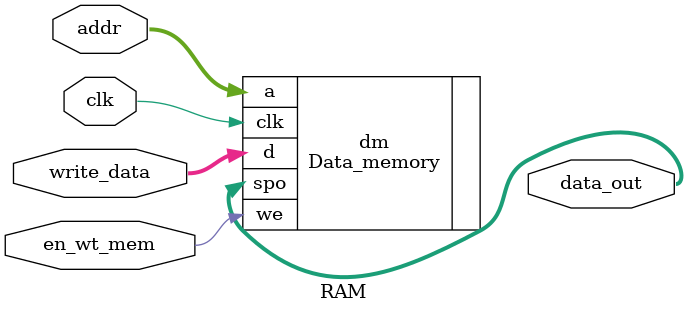
<source format=v>
`timescale 1ns / 1ps

module RAM(
    input wire clk,
    input wire en_wt_mem,
    input wire[31:0] addr,
    input wire[31:0] write_data,

    output wire[31:0] data_out
    );

Data_memory dm(
    .a(addr),
    .d(write_data),
    .clk(clk),
    .we(en_wt_mem),
    .spo(data_out)
);

endmodule

</source>
